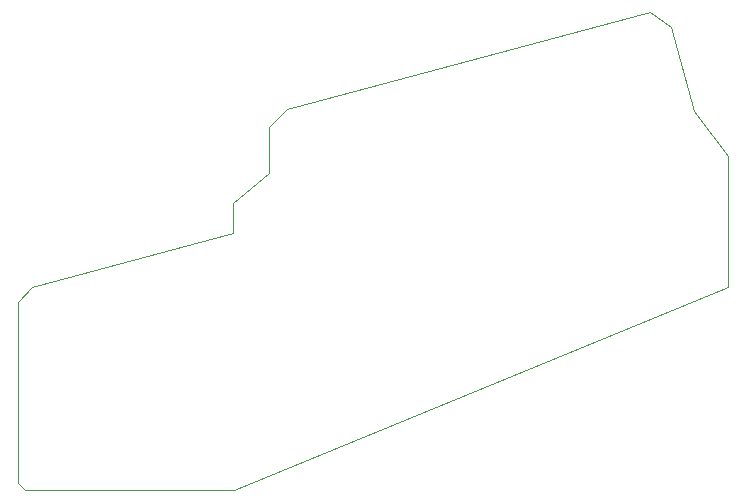
<source format=gbr>
G04 #@! TF.GenerationSoftware,KiCad,Pcbnew,(5.1.4)-1*
G04 #@! TF.CreationDate,2023-09-09T05:28:25-04:00*
G04 #@! TF.ProjectId,ThumbsUp,5468756d-6273-4557-902e-6b696361645f,rev?*
G04 #@! TF.SameCoordinates,Original*
G04 #@! TF.FileFunction,Profile,NP*
%FSLAX46Y46*%
G04 Gerber Fmt 4.6, Leading zero omitted, Abs format (unit mm)*
G04 Created by KiCad (PCBNEW (5.1.4)-1) date 2023-09-09 05:28:25*
%MOMM*%
%LPD*%
G04 APERTURE LIST*
%ADD10C,0.050000*%
G04 APERTURE END LIST*
D10*
X-164170000Y-432290000D02*
X-146470000Y-432300000D01*
X-164780000Y-416440000D02*
X-164770000Y-431690000D01*
X-163580000Y-415100000D02*
X-164780000Y-416440000D01*
X-164770000Y-431690000D02*
X-164170000Y-432290000D01*
X-146620000Y-410560000D02*
X-163580000Y-415100000D01*
X-104698552Y-415171324D02*
X-146470000Y-432300000D01*
X-109498608Y-393132167D02*
X-111271578Y-391826189D01*
X-111271578Y-391826189D02*
X-141998556Y-400073379D01*
X-107592559Y-400197857D02*
X-109498608Y-393132167D01*
X-107592559Y-400197857D02*
X-104703847Y-404031308D01*
X-104698552Y-415171324D02*
X-104703847Y-404031308D01*
X-146620810Y-408058499D02*
X-143568623Y-405495562D01*
X-141998556Y-400073379D02*
X-143556799Y-401574369D01*
X-146620000Y-410560000D02*
X-146620810Y-408058499D01*
X-143568623Y-405495562D02*
X-143556799Y-401574369D01*
M02*

</source>
